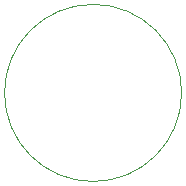
<source format=gbr>
G04 #@! TF.GenerationSoftware,KiCad,Pcbnew,(6.0.7-1)-1*
G04 #@! TF.CreationDate,2022-08-21T00:27:36+09:30*
G04 #@! TF.ProjectId,volca-trs,766f6c63-612d-4747-9273-2e6b69636164,rev?*
G04 #@! TF.SameCoordinates,Original*
G04 #@! TF.FileFunction,Profile,NP*
%FSLAX46Y46*%
G04 Gerber Fmt 4.6, Leading zero omitted, Abs format (unit mm)*
G04 Created by KiCad (PCBNEW (6.0.7-1)-1) date 2022-08-21 00:27:36*
%MOMM*%
%LPD*%
G01*
G04 APERTURE LIST*
G04 #@! TA.AperFunction,Profile*
%ADD10C,0.010000*%
G04 #@! TD*
G04 APERTURE END LIST*
D10*
X47500000Y-40000000D02*
G75*
G03*
X47500000Y-40000000I-7500000J0D01*
G01*
M02*

</source>
